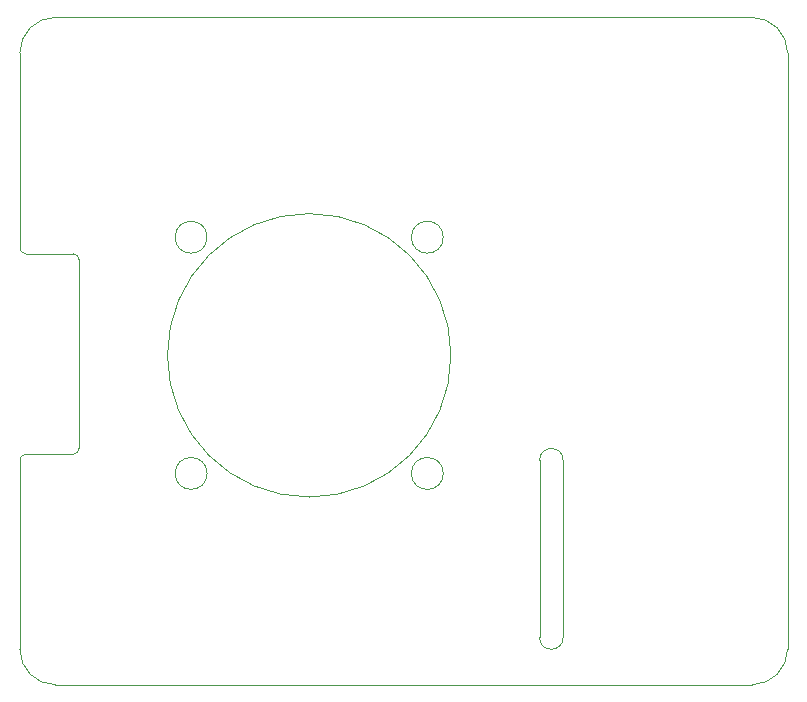
<source format=gm1>
G04 #@! TF.GenerationSoftware,KiCad,Pcbnew,7.0.6-0*
G04 #@! TF.CreationDate,2023-08-09T22:14:15+01:00*
G04 #@! TF.ProjectId,Klipper Fan Hat,4b6c6970-7065-4722-9046-616e20486174,V2*
G04 #@! TF.SameCoordinates,Original*
G04 #@! TF.FileFunction,Profile,NP*
%FSLAX46Y46*%
G04 Gerber Fmt 4.6, Leading zero omitted, Abs format (unit mm)*
G04 Created by KiCad (PCBNEW 7.0.6-0) date 2023-08-09 22:14:15*
%MOMM*%
%LPD*%
G01*
G04 APERTURE LIST*
G04 #@! TA.AperFunction,Profile*
%ADD10C,0.100000*%
G04 #@! TD*
G04 #@! TA.AperFunction,Profile*
%ADD11C,0.120000*%
G04 #@! TD*
G04 APERTURE END LIST*
D10*
X162000000Y-43500000D02*
X103000000Y-43500000D01*
X100000000Y-63000000D02*
G75*
G03*
X100500000Y-63500000I500000J0D01*
G01*
X165000000Y-97000000D02*
X165000000Y-46500000D01*
X100000000Y-46500000D02*
X100000000Y-63000000D01*
X103000000Y-43500000D02*
G75*
G03*
X100000000Y-46500000I0J-3000000D01*
G01*
X165000000Y-46500000D02*
G75*
G03*
X162000000Y-43500000I-3000000J0D01*
G01*
D11*
X135850000Y-82114000D02*
G75*
G03*
X135850000Y-82114000I-1350000J0D01*
G01*
X135850000Y-62114000D02*
G75*
G03*
X135850000Y-62114000I-1350000J0D01*
G01*
X115850000Y-82114000D02*
G75*
G03*
X115850000Y-82114000I-1350000J0D01*
G01*
D10*
X146000000Y-81000000D02*
X146000000Y-96000000D01*
X144000000Y-96000000D02*
X144000000Y-81000000D01*
X100000000Y-97000000D02*
G75*
G03*
X103000000Y-100000000I3000000J0D01*
G01*
X103000000Y-100000000D02*
X162000000Y-100000000D01*
X104500000Y-80500000D02*
X100499127Y-80500001D01*
X146000000Y-81000000D02*
G75*
G03*
X144000000Y-81000000I-1000000J0D01*
G01*
X100499127Y-80500001D02*
G75*
G03*
X100000000Y-81000000I873J-499999D01*
G01*
X162000000Y-100000000D02*
G75*
G03*
X165000000Y-97000000I0J3000000D01*
G01*
X105000000Y-64000000D02*
X105000000Y-80000000D01*
X144000000Y-96000000D02*
G75*
G03*
X146000000Y-96000000I1000000J0D01*
G01*
X100000000Y-81000000D02*
X100000000Y-97000000D01*
D11*
X136500000Y-72114000D02*
G75*
G03*
X136500000Y-72114000I-12000000J0D01*
G01*
D10*
X100500000Y-63500000D02*
X104500000Y-63500000D01*
X104500000Y-80500000D02*
G75*
G03*
X105000000Y-80000000I0J500000D01*
G01*
X105000000Y-64000000D02*
G75*
G03*
X104500000Y-63500000I-500000J0D01*
G01*
D11*
X115850000Y-62114000D02*
G75*
G03*
X115850000Y-62114000I-1350000J0D01*
G01*
M02*

</source>
